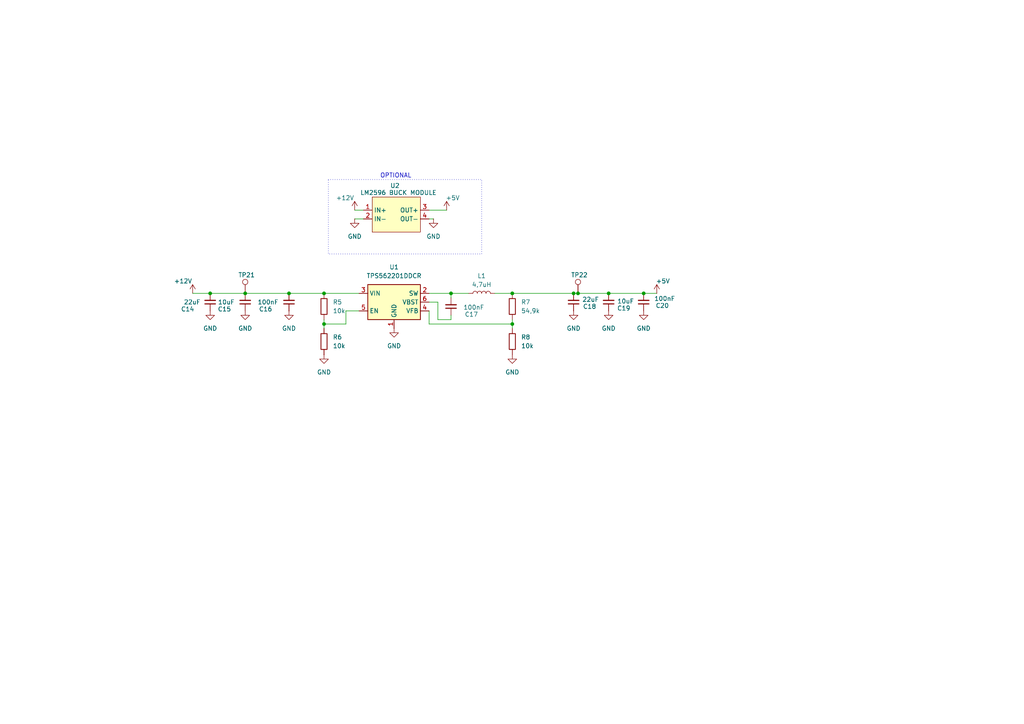
<source format=kicad_sch>
(kicad_sch (version 20250114) (generator "eeschema") (generator_version "9.0")
  (paper "A4")
  (lib_symbols
    (symbol "Connector:TestPoint" (pin_numbers (hide yes)) (pin_names (offset 0.762) (hide yes))
      (property "Reference" "TP" (at 0 6.858 0))
      (property "Value" "TestPoint" (at 0 5.08 0))
      (symbol "TestPoint_0_1"
        (circle (center 0 3.302) (radius 0.762))
      )
      (symbol "TestPoint_1_1"
        (pin passive line (at 0 0 90) (length 2.54) (name "1") (number "1"))
      )
    )
    (symbol "Device:C_Small" (pin_numbers (hide yes)) (pin_names (offset 0.254) (hide yes))
      (property "Reference" "C" (at 0.254 1.778 0))
      (property "Value" "C_Small" (at 0.254 -2.032 0))
      (symbol "C_Small_0_1"
        (polyline (pts (xy -1.524 0.508) (xy 1.524 0.508)) (stroke (width 0.3048)))
        (polyline (pts (xy -1.524 -0.508) (xy 1.524 -0.508)) (stroke (width 0.3302)))
      )
      (symbol "C_Small_1_1"
        (pin passive line (at 0 2.54 270) (length 2.032) (name "~") (number "1"))
        (pin passive line (at 0 -2.54 90) (length 2.032) (name "~") (number "2"))
      )
    )
    (symbol "Device:L" (pin_numbers (hide yes)) (pin_names (offset 1.016) (hide yes))
      (property "Reference" "L" (at -1.27 0 90))
      (property "Value" "L" (at 1.905 0 90))
      (symbol "L_0_1"
        (arc (start 0 2.54) (mid 0.6323 1.905) (end 0 1.27))
        (arc (start 0 1.27) (mid 0.6323 0.635) (end 0 0))
        (arc (start 0 0) (mid 0.6323 -0.635) (end 0 -1.27))
        (arc (start 0 -1.27) (mid 0.6323 -1.905) (end 0 -2.54))
      )
      (symbol "L_1_1"
        (pin passive line (at 0 3.81 270) (length 1.27) (name "1") (number "1"))
        (pin passive line (at 0 -3.81 90) (length 1.27) (name "2") (number "2"))
      )
    )
    (symbol "PCM_4ms_Power-symbol:+12V" (power) (pin_names (offset 0))
      (property "Value" "+12V" (at 0 3.556 0))
      (symbol "+12V_0_1"
        (polyline (pts (xy -0.762 1.27) (xy 0 2.54)))
        (polyline (pts (xy 0 2.54) (xy 0.762 1.27)))
        (polyline (pts (xy 0 0) (xy 0 2.54)))
      )
      (symbol "+12V_1_1"
        (pin power_in line (at 0 0 90) (length 0) (hide yes) (name "+12V") (number "1"))
      )
    )
    (symbol "PCM_SL_Resistors:Resistor"
      (property "Reference" "R" (at 0 5.08 0))
      (property "Value" "Resistor" (at 0 2.54 0))
      (symbol "Resistor_0_1"
        (rectangle (start -2.286 0.889) (end 2.286 -0.889) (stroke (width 0.24)))
      )
      (symbol "Resistor_1_1"
        (pin passive line (at -3.81 0 0) (length 1.5) (name "") (number "1"))
        (pin passive line (at 3.81 0 180) (length 1.5) (name "~") (number "2"))
      )
    )
    (symbol "Regulator_Switching:TPS562200"
      (property "Reference" "U" (at -7.62 6.35 0))
      (property "Value" "TPS562200" (at -2.54 6.35 0))
      (symbol "TPS562200_0_1"
        (rectangle (start -7.62 5.08) (end 7.62 -5.08) (stroke (width 0.254)) (fill (type background)))
      )
      (symbol "TPS562200_1_1"
        (pin power_in line (at -10.16 2.54 0) (length 2.54) (name "VIN") (number "3"))
        (pin input line (at -10.16 -2.54 0) (length 2.54) (name "EN") (number "5"))
        (pin power_in line (at 0 -7.62 90) (length 2.54) (name "GND") (number "1"))
        (pin output line (at 10.16 2.54 180) (length 2.54) (name "SW") (number "2"))
        (pin passive line (at 10.16 0 180) (length 2.54) (name "VBST") (number "6"))
        (pin input line (at 10.16 -2.54 180) (length 2.54) (name "VFB") (number "4"))
      )
    )
    (symbol "power:+5V" (power) (pin_numbers (hide yes)) (pin_names (offset 0) (hide yes))
      (property "Value" "+5V" (at 0 3.556 0))
      (symbol "+5V_0_1"
        (polyline (pts (xy -0.762 1.27) (xy 0 2.54)))
        (polyline (pts (xy 0 2.54) (xy 0.762 1.27)))
        (polyline (pts (xy 0 0) (xy 0 2.54)))
      )
      (symbol "+5V_1_1"
        (pin power_in line (at 0 0 90) (length 0) (name "~") (number "1"))
      )
    )
    (symbol "power:GND" (power) (pin_numbers (hide yes)) (pin_names (offset 0) (hide yes))
      (property "Value" "GND" (at 0 -3.81 0))
      (symbol "GND_0_1"
        (polyline (pts (xy 0 0) (xy 0 -1.27) (xy 1.27 -1.27) (xy 0 -2.54) (xy -1.27 -1.27) (xy 0 -1.27)))
      )
      (symbol "GND_1_1"
        (pin power_in line (at 0 0 270) (length 0) (name "~") (number "1"))
      )
    )
    (symbol "sym_lib:DC-DC_Step_down_module"
      (property "Reference" "U" (at 0 1.524 0))
      (symbol "DC-DC_Step_down_module_1_1"
        (rectangle (start -6.35 0) (end 7.62 -10.16) (fill (type background)))
        (pin input line (at -8.89 -3.81 0) (length 2.54) (name "IN+") (number "1"))
        (pin input line (at -8.89 -6.35 0) (length 2.54) (name "IN-") (number "2"))
        (pin output line (at 10.16 -3.81 180) (length 2.54) (name "OUT+") (number "3"))
        (pin output line (at 10.16 -6.35 180) (length 2.54) (name "OUT-") (number "4"))
      )
    )
  )
  (rectangle (start 95.25 52.07) (end 139.7 73.66) (stroke (width 0) (type dot)))
  (text "OPTIONAL" (at 114.808 51.054 0) (effects (font (size 1.27 1.27))))
  (junction (at 186.69 85.09))
  (junction (at 83.82 85.09))
  (junction (at 71.12 85.09))
  (junction (at 166.37 85.09))
  (junction (at 176.53 85.09))
  (junction (at 93.98 85.09))
  (junction (at 60.96 85.09))
  (junction (at 93.98 93.98))
  (junction (at 130.81 85.09))
  (junction (at 148.59 85.09))
  (junction (at 148.59 93.98))
  (junction (at 167.64 85.09))
  (wire (pts (xy 124.46 90.17) (xy 124.46 93.98)))
  (wire (pts (xy 148.59 92.71) (xy 148.59 93.98)))
  (wire (pts (xy 93.98 92.71) (xy 93.98 93.98)))
  (wire (pts (xy 83.82 85.09) (xy 93.98 85.09)))
  (wire (pts (xy 129.54 60.96) (xy 124.46 60.96)))
  (wire (pts (xy 130.81 85.09) (xy 124.46 85.09)))
  (wire (pts (xy 148.59 93.98) (xy 148.59 95.25)))
  (wire (pts (xy 186.69 85.09) (xy 190.5 85.09)))
  (wire (pts (xy 93.98 85.09) (xy 104.14 85.09)))
  (wire (pts (xy 102.87 63.5) (xy 105.41 63.5)))
  (wire (pts (xy 100.33 90.17) (xy 100.33 93.98)))
  (wire (pts (xy 148.59 85.09) (xy 166.37 85.09)))
  (wire (pts (xy 127 92.71) (xy 130.81 92.71)))
  (wire (pts (xy 135.89 85.09) (xy 130.81 85.09)))
  (wire (pts (xy 130.81 85.09) (xy 130.81 86.36)))
  (wire (pts (xy 104.14 90.17) (xy 100.33 90.17)))
  (wire (pts (xy 176.53 85.09) (xy 186.69 85.09)))
  (wire (pts (xy 124.46 63.5) (xy 125.73 63.5)))
  (wire (pts (xy 124.46 87.63) (xy 127 87.63)))
  (wire (pts (xy 55.88 85.09) (xy 60.96 85.09)))
  (wire (pts (xy 166.37 85.09) (xy 167.64 85.09)))
  (wire (pts (xy 130.81 92.71) (xy 130.81 91.44)))
  (wire (pts (xy 124.46 93.98) (xy 148.59 93.98)))
  (wire (pts (xy 60.96 85.09) (xy 71.12 85.09)))
  (wire (pts (xy 143.51 85.09) (xy 148.59 85.09)))
  (wire (pts (xy 167.64 85.09) (xy 176.53 85.09)))
  (wire (pts (xy 102.87 60.96) (xy 105.41 60.96)))
  (wire (pts (xy 71.12 85.09) (xy 83.82 85.09)))
  (wire (pts (xy 100.33 93.98) (xy 93.98 93.98)))
  (wire (pts (xy 93.98 93.98) (xy 93.98 95.25)))
  (wire (pts (xy 127 87.63) (xy 127 92.71)))
  (symbol (lib_id "PCM_4ms_Power-symbol:+12V") (at 55.88 85.09 0) (unit 1)
    (property "Reference" "#PWR064" (effects (hide yes)))
    (property "Value" "+12V" (at 53.086 81.534 0))
  )
  (symbol (lib_id "PCM_SL_Resistors:Resistor") (at 148.59 88.9 90) (unit 1)
    (property "Reference" "R7" (at 151.13 87.6299 90) (effects (justify right)))
    (property "Value" "54,9k" (at 151.13 90.1699 90) (effects (justify right)))
    (property "Footprint" "Resistor_SMD:R_0603_1608Metric_Pad0.98x0.95mm_HandSolder" (effects (hide yes)))
    (property "Description" "1/4W Resistor" (effects (hide yes)))
  )
  (symbol (lib_id "PCM_SL_Resistors:Resistor") (at 93.98 99.06 90) (unit 1)
    (property "Reference" "R6" (at 96.52 97.7899 90) (effects (justify right)))
    (property "Value" "10k" (at 96.52 100.3299 90) (effects (justify right)))
    (property "Footprint" "Resistor_SMD:R_0603_1608Metric_Pad0.98x0.95mm_HandSolder" (effects (hide yes)))
    (property "Description" "1/4W Resistor" (effects (hide yes)))
  )
  (symbol (lib_id "Connector:TestPoint") (at 167.64 85.09 0) (unit 1)
    (property "Reference" "TP22" (at 165.608 79.756 0) (effects (justify left)))
    (property "Value" "TestPoint" (effects (hide yes)))
    (property "Footprint" "TestPoint:TestPoint_Pad_D2.0mm" (effects (hide yes)))
    (property "Description" "test point" (effects (hide yes)))
  )
  (symbol (lib_id "sym_lib:DC-DC_Step_down_module") (at 114.3 57.15 0) (unit 1)
    (property "Reference" "U2" (at 114.554 53.848 0))
    (property "Value" "LM2596 BUCK MODULE" (at 115.57 55.88 0))
    (property "Footprint" "footprint_lib:LM2596 DC-DC module" (effects (hide yes)))
  )
  (symbol (lib_id "Device:C_Small") (at 83.82 87.63 180) (unit 1)
    (property "Reference" "C16" (at 78.994 89.662 0) (effects (justify left)))
    (property "Value" "100nF" (at 80.772 87.63 0) (effects (justify left)))
    (property "Footprint" "Capacitor_SMD:C_0603_1608Metric_Pad1.08x0.95mm_HandSolder" (effects (hide yes)))
    (property "Description" "Unpolarized capacitor, small symbol" (effects (hide yes)))
  )
  (symbol (lib_id "power:GND") (at 60.96 90.17 0) (unit 1)
    (property "Reference" "#PWR065" (effects (hide yes)))
    (property "Value" "GND" (at 60.96 95.25 0))
    (property "Description" "Power symbol creates a global label with name \"GND\" , ground" (effects (hide yes)))
  )
  (symbol (lib_id "power:GND") (at 102.87 63.5 0) (unit 1)
    (property "Reference" "#PWR0157" (effects (hide yes)))
    (property "Value" "GND" (at 102.87 68.58 0))
    (property "Description" "Power symbol creates a global label with name \"GND\" , ground" (effects (hide yes)))
  )
  (symbol (lib_id "power:GND") (at 114.3 95.25 0) (unit 1)
    (property "Reference" "#PWR071" (effects (hide yes)))
    (property "Value" "GND" (at 114.3 100.33 0))
    (property "Description" "Power symbol creates a global label with name \"GND\" , ground" (effects (hide yes)))
  )
  (symbol (lib_id "power:+5V") (at 190.5 85.09 0) (unit 1)
    (property "Reference" "#PWR077" (effects (hide yes)))
    (property "Value" "+5V" (at 192.278 81.534 0))
    (property "Description" "Power symbol creates a global label with name \"+5V\"" (effects (hide yes)))
  )
  (symbol (lib_id "power:GND") (at 176.53 90.17 0) (unit 1)
    (property "Reference" "#PWR075" (effects (hide yes)))
    (property "Value" "GND" (at 176.53 95.25 0))
    (property "Description" "Power symbol creates a global label with name \"GND\" , ground" (effects (hide yes)))
  )
  (symbol (lib_id "PCM_SL_Resistors:Resistor") (at 148.59 99.06 90) (unit 1)
    (property "Reference" "R8" (at 151.13 97.7899 90) (effects (justify right)))
    (property "Value" "10k" (at 151.13 100.3299 90) (effects (justify right)))
    (property "Footprint" "Resistor_SMD:R_0603_1608Metric_Pad0.98x0.95mm_HandSolder" (effects (hide yes)))
    (property "Description" "1/4W Resistor" (effects (hide yes)))
  )
  (symbol (lib_id "power:GND") (at 166.37 90.17 0) (unit 1)
    (property "Reference" "#PWR074" (effects (hide yes)))
    (property "Value" "GND" (at 166.37 95.25 0))
    (property "Description" "Power symbol creates a global label with name \"GND\" , ground" (effects (hide yes)))
  )
  (symbol (lib_id "Device:C_Small") (at 60.96 87.63 180) (unit 1)
    (property "Reference" "C14" (at 56.388 89.662 0) (effects (justify left)))
    (property "Value" "22uF" (at 58.166 87.63 0) (effects (justify left)))
    (property "Footprint" "Capacitor_SMD:C_0805_2012Metric_Pad1.18x1.45mm_HandSolder" (effects (hide yes)))
    (property "Description" "Unpolarized capacitor, small symbol" (effects (hide yes)))
  )
  (symbol (lib_id "Device:C_Small") (at 186.69 87.63 180) (unit 1)
    (property "Reference" "C20" (at 194.056 88.646 0) (effects (justify left)))
    (property "Value" "100nF" (at 195.834 86.614 0) (effects (justify left)))
    (property "Footprint" "Capacitor_SMD:C_0603_1608Metric_Pad1.08x0.95mm_HandSolder" (effects (hide yes)))
    (property "Description" "Unpolarized capacitor, small symbol" (effects (hide yes)))
  )
  (symbol (lib_id "power:GND") (at 83.82 90.17 0) (unit 1)
    (property "Reference" "#PWR067" (effects (hide yes)))
    (property "Value" "GND" (at 83.82 95.25 0))
    (property "Description" "Power symbol creates a global label with name \"GND\" , ground" (effects (hide yes)))
  )
  (symbol (lib_id "power:GND") (at 186.69 90.17 0) (unit 1)
    (property "Reference" "#PWR076" (effects (hide yes)))
    (property "Value" "GND" (at 186.69 95.25 0))
    (property "Description" "Power symbol creates a global label with name \"GND\" , ground" (effects (hide yes)))
  )
  (symbol (lib_id "Device:C_Small") (at 130.81 88.9 180) (unit 1)
    (property "Reference" "C17" (at 138.684 91.186 0) (effects (justify left)))
    (property "Value" "100nF" (at 140.462 89.154 0) (effects (justify left)))
    (property "Footprint" "Capacitor_SMD:C_0603_1608Metric_Pad1.08x0.95mm_HandSolder" (effects (hide yes)))
    (property "Description" "Unpolarized capacitor, small symbol" (effects (hide yes)))
  )
  (symbol (lib_id "Device:C_Small") (at 166.37 87.63 180) (unit 1)
    (property "Reference" "C18" (at 172.974 88.9 0) (effects (justify left)))
    (property "Value" "22uF" (at 173.736 86.868 0) (effects (justify left)))
    (property "Footprint" "Capacitor_SMD:C_0805_2012Metric_Pad1.18x1.45mm_HandSolder" (effects (hide yes)))
    (property "Description" "Unpolarized capacitor, small symbol" (effects (hide yes)))
  )
  (symbol (lib_id "PCM_4ms_Power-symbol:+12V") (at 102.87 60.96 0) (unit 1)
    (property "Reference" "#PWR069" (effects (hide yes)))
    (property "Value" "+12V" (at 100.076 57.404 0))
  )
  (symbol (lib_id "power:GND") (at 71.12 90.17 0) (unit 1)
    (property "Reference" "#PWR066" (effects (hide yes)))
    (property "Value" "GND" (at 71.12 95.25 0))
    (property "Description" "Power symbol creates a global label with name \"GND\" , ground" (effects (hide yes)))
  )
  (symbol (lib_id "power:GND") (at 125.73 63.5 0) (unit 1)
    (property "Reference" "#PWR0147" (effects (hide yes)))
    (property "Value" "GND" (at 125.73 68.58 0))
    (property "Description" "Power symbol creates a global label with name \"GND\" , ground" (effects (hide yes)))
  )
  (symbol (lib_id "Regulator_Switching:TPS562200") (at 114.3 87.63 0) (unit 1)
    (property "Reference" "U1" (at 114.3 77.47 0))
    (property "Value" "TPS562201DDCR" (at 114.3 80.01 0))
    (property "Footprint" "Package_TO_SOT_SMD:SOT-23-6_Handsoldering" (effects (hide yes)))
    (property "Datasheet" "http://www.ti.com/lit/ds/symlink/tps563200.pdf" (effects (hide yes)))
    (property "Description" "2A Synchronous Step-Down Voltage Regulator, Adjustable Output Voltage, 4.5-17V Input Voltage, SOT-23-6" (effects (hide yes)))
  )
  (symbol (lib_id "Device:L") (at 139.7 85.09 90) (unit 1)
    (property "Reference" "L1" (at 139.7 80.01 90))
    (property "Value" "4,7uH" (at 139.7 82.55 90))
    (property "Footprint" "footprint_lib:HPIO530-4R7" (effects (hide yes)))
    (property "Datasheet" "https://www.tme.eu/Document/e149c9d15a89ae101acf458935804ce7/HPI0530.pdf" (effects (hide yes)))
    (property "Description" "3,5A ISAT" (effects (hide yes)))
  )
  (symbol (lib_id "Device:C_Small") (at 176.53 87.63 180) (unit 1)
    (property "Reference" "C19" (at 182.88 89.408 0) (effects (justify left)))
    (property "Value" "10uF" (at 183.896 87.376 0) (effects (justify left)))
    (property "Footprint" "Capacitor_SMD:C_0603_1608Metric_Pad1.08x0.95mm_HandSolder" (effects (hide yes)))
    (property "Description" "Unpolarized capacitor, small symbol" (effects (hide yes)))
  )
  (symbol (lib_id "power:GND") (at 93.98 102.87 0) (unit 1)
    (property "Reference" "#PWR068" (effects (hide yes)))
    (property "Value" "GND" (at 93.98 107.95 0))
    (property "Description" "Power symbol creates a global label with name \"GND\" , ground" (effects (hide yes)))
  )
  (symbol (lib_id "Device:C_Small") (at 71.12 87.63 180) (unit 1)
    (property "Reference" "C15" (at 67.056 89.662 0) (effects (justify left)))
    (property "Value" "10uF" (at 68.072 87.63 0) (effects (justify left)))
    (property "Footprint" "Capacitor_SMD:C_0603_1608Metric_Pad1.08x0.95mm_HandSolder" (effects (hide yes)))
    (property "Description" "Unpolarized capacitor, small symbol" (effects (hide yes)))
  )
  (symbol (lib_id "Connector:TestPoint") (at 71.12 85.09 0) (unit 1)
    (property "Reference" "TP21" (at 69.088 79.756 0) (effects (justify left)))
    (property "Value" "TestPoint" (effects (hide yes)))
    (property "Footprint" "TestPoint:TestPoint_Pad_D2.0mm" (effects (hide yes)))
    (property "Description" "test point" (effects (hide yes)))
  )
  (symbol (lib_id "power:GND") (at 148.59 102.87 0) (unit 1)
    (property "Reference" "#PWR073" (effects (hide yes)))
    (property "Value" "GND" (at 148.59 107.95 0))
    (property "Description" "Power symbol creates a global label with name \"GND\" , ground" (effects (hide yes)))
  )
  (symbol (lib_id "PCM_SL_Resistors:Resistor") (at 93.98 88.9 90) (unit 1)
    (property "Reference" "R5" (at 96.52 87.6299 90) (effects (justify right)))
    (property "Value" "10k" (at 96.52 90.1699 90) (effects (justify right)))
    (property "Footprint" "Resistor_SMD:R_0603_1608Metric_Pad0.98x0.95mm_HandSolder" (effects (hide yes)))
    (property "Description" "1/4W Resistor" (effects (hide yes)))
  )
  (symbol (lib_id "power:+5V") (at 129.54 60.96 0) (unit 1)
    (property "Reference" "#PWR085" (effects (hide yes)))
    (property "Value" "+5V" (at 131.318 57.404 0))
    (property "Description" "Power symbol creates a global label with name \"+5V\"" (effects (hide yes)))
  )
)
</source>
